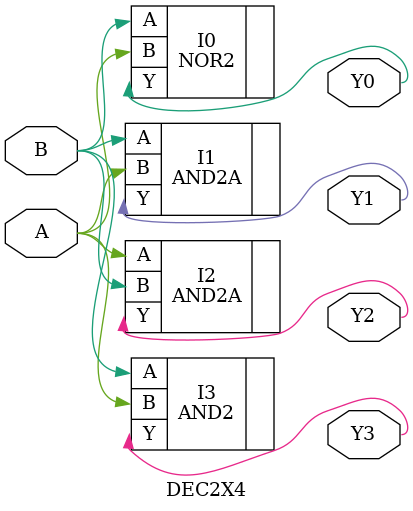
<source format=v>
`timescale 1 ns / 100 ps
module DEC2X4( A, B, Y0, Y1, Y2, Y3 );

input A, B;
output Y0, Y1, Y2, Y3;










specify 
    specparam CDS_LIBNAME  = "3200DX";
    specparam CDS_CELLNAME = "DEC2X4";
    specparam CDS_VIEWNAME = "schematic";
endspecify

AND2  I3( .Y(Y3), .B(A), .A(B));
AND2A  I2( .Y(Y2), .B(B), .A(A));
AND2A  I1( .Y(Y1), .B(A), .A(B));
NOR2  I0( .Y(Y0), .B(A), .A(B));

endmodule

</source>
